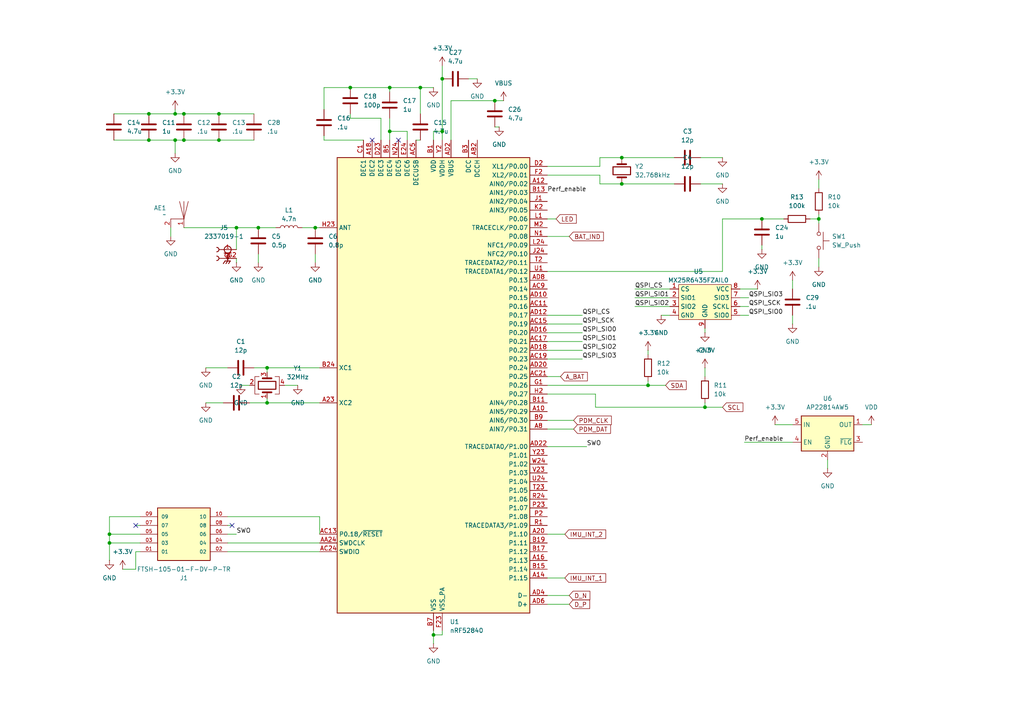
<source format=kicad_sch>
(kicad_sch (version 20231120) (generator "eeschema") (generator_version "8.0")
  (paper "A4")
  (lib_symbols
    (symbol "Device:C" (pin_numbers hide) (pin_names (offset 0.254))
      (property "Reference" "C" (at 0.635 2.54 0))
      (property "Value" "C" (at 0.635 -2.54 0))
      (symbol "C_0_1"
        (polyline (pts (xy -2.032 -0.762) (xy 2.032 -0.762)) (stroke (width 0.508)))
        (polyline (pts (xy -2.032 0.762) (xy 2.032 0.762)) (stroke (width 0.508)))
      )
      (symbol "C_1_1"
        (pin passive line (at 0 3.81 270) (length 2.794) (name "~") (number "1"))
        (pin passive line (at 0 -3.81 90) (length 2.794) (name "~") (number "2"))
      )
    )
    (symbol "Device:Crystal" (pin_numbers hide) (pin_names (offset 1.016) hide)
      (property "Reference" "Y" (at 0 3.81 0))
      (property "Value" "Crystal" (at 0 -3.81 0))
      (symbol "Crystal_0_1"
        (rectangle (start -1.143 2.54) (end 1.143 -2.54) (stroke (width 0.3048)))
        (polyline (pts (xy -2.54 0) (xy -1.905 0)))
        (polyline (pts (xy -1.905 -1.27) (xy -1.905 1.27)) (stroke (width 0.508)))
        (polyline (pts (xy 1.905 -1.27) (xy 1.905 1.27)) (stroke (width 0.508)))
        (polyline (pts (xy 2.54 0) (xy 1.905 0)))
      )
      (symbol "Crystal_1_1"
        (pin passive line (at -3.81 0 0) (length 1.27) (name "1") (number "1"))
        (pin passive line (at 3.81 0 180) (length 1.27) (name "2") (number "2"))
      )
    )
    (symbol "Device:Crystal_GND24" (pin_names (offset 1.016) hide)
      (property "Reference" "Y" (at 3.175 5.08 0))
      (property "Value" "Crystal_GND24" (at 3.175 3.175 0))
      (symbol "Crystal_GND24_0_1"
        (rectangle (start -1.143 2.54) (end 1.143 -2.54) (stroke (width 0.3048)))
        (polyline (pts (xy -2.54 0) (xy -2.032 0)))
        (polyline (pts (xy -2.032 -1.27) (xy -2.032 1.27)) (stroke (width 0.508)))
        (polyline (pts (xy 0 -3.81) (xy 0 -3.556)))
        (polyline (pts (xy 0 3.556) (xy 0 3.81)))
        (polyline (pts (xy 2.032 -1.27) (xy 2.032 1.27)) (stroke (width 0.508)))
        (polyline (pts (xy 2.032 0) (xy 2.54 0)))
        (polyline (pts (xy -2.54 -2.286) (xy -2.54 -3.556) (xy 2.54 -3.556) (xy 2.54 -2.286)))
        (polyline (pts (xy -2.54 2.286) (xy -2.54 3.556) (xy 2.54 3.556) (xy 2.54 2.286)))
      )
      (symbol "Crystal_GND24_1_1"
        (pin passive line (at -3.81 0 0) (length 1.27) (name "1") (number "1"))
        (pin passive line (at 0 5.08 270) (length 1.27) (name "2") (number "2"))
        (pin passive line (at 3.81 0 180) (length 1.27) (name "3") (number "3"))
        (pin passive line (at 0 -5.08 90) (length 1.27) (name "4") (number "4"))
      )
    )
    (symbol "Device:L" (pin_numbers hide) (pin_names (offset 1.016) hide)
      (property "Reference" "L" (at -1.27 0 90))
      (property "Value" "L" (at 1.905 0 90))
      (symbol "L_0_1"
        (arc (start 0 -2.54) (mid 0.6323 -1.905) (end 0 -1.27))
        (arc (start 0 -1.27) (mid 0.6323 -0.635) (end 0 0))
        (arc (start 0 0) (mid 0.6323 0.635) (end 0 1.27))
        (arc (start 0 1.27) (mid 0.6323 1.905) (end 0 2.54))
      )
      (symbol "L_1_1"
        (pin passive line (at 0 3.81 270) (length 1.27) (name "1") (number "1"))
        (pin passive line (at 0 -3.81 90) (length 1.27) (name "2") (number "2"))
      )
    )
    (symbol "Device:R" (pin_numbers hide) (pin_names (offset 0))
      (property "Reference" "R" (at 2.032 0 90))
      (property "Value" "R" (at 0 0 90))
      (symbol "R_0_1"
        (rectangle (start -1.016 -2.54) (end 1.016 2.54) (stroke (width 0.254)))
      )
      (symbol "R_1_1"
        (pin passive line (at 0 3.81 270) (length 1.27) (name "~") (number "1"))
        (pin passive line (at 0 -3.81 90) (length 1.27) (name "~") (number "2"))
      )
    )
    (symbol "FTSH-105-01-F-DV-P-TR:FTSH-105-01-F-DV-P-TR" (pin_names (offset 1.016))
      (property "Reference" "J" (at -8.12 7.62 0))
      (property "Value" "FTSH-105-01-F-DV-P-TR" (at -7.62 -10.16 0))
      (symbol "FTSH-105-01-F-DV-P-TR_0_0"
        (rectangle (start -7.62 -7.62) (end 7.62 7.62) (stroke (width 0.254)) (fill (type background)))
        (pin passive line (at -12.7 5.08 0) (length 5.08) (name "01") (number "01"))
        (pin passive line (at 12.7 5.08 180) (length 5.08) (name "02") (number "02"))
        (pin passive line (at -12.7 2.54 0) (length 5.08) (name "03") (number "03"))
        (pin passive line (at 12.7 2.54 180) (length 5.08) (name "04") (number "04"))
        (pin passive line (at -12.7 0 0) (length 5.08) (name "05") (number "05"))
        (pin passive line (at 12.7 0 180) (length 5.08) (name "06") (number "06"))
        (pin passive line (at -12.7 -2.54 0) (length 5.08) (name "07") (number "07"))
        (pin passive line (at 12.7 -2.54 180) (length 5.08) (name "08") (number "08"))
        (pin passive line (at -12.7 -5.08 0) (length 5.08) (name "09") (number "09"))
        (pin passive line (at 12.7 -5.08 180) (length 5.08) (name "10") (number "10"))
      )
    )
    (symbol "MCU_Nordic:nRF52840"
      (property "Reference" "U" (at 0 5.08 0))
      (property "Value" "nRF52840" (at 0 2.54 0))
      (symbol "nRF52840_0_1"
        (rectangle (start -27.94 66.04) (end 27.94 -66.04) (stroke (width 0.254)) (fill (type background)))
      )
      (symbol "nRF52840_1_1"
        (pin bidirectional line (at 33.02 -7.62 180) (length 5.08) (name "AIN5/P0.29") (number "A10"))
        (pin bidirectional line (at 33.02 58.42 180) (length 5.08) (name "AIN0/P0.02") (number "A12"))
        (pin bidirectional line (at 33.02 -55.88 180) (length 5.08) (name "P1.15") (number "A14"))
        (pin bidirectional line (at 33.02 -50.8 180) (length 5.08) (name "P1.13") (number "A16"))
        (pin passive line (at -17.78 71.12 270) (length 5.08) (name "DEC2") (number "A18"))
        (pin bidirectional line (at 33.02 -43.18 180) (length 5.08) (name "P1.10") (number "A20"))
        (pin passive line (at 0 71.12 270) (length 5.08) hide (name "VDD") (number "A22"))
        (pin input line (at -33.02 -5.08 0) (length 5.08) (name "XC2") (number "A23"))
        (pin bidirectional line (at 33.02 -12.7 180) (length 5.08) (name "AIN7/P0.31") (number "A8"))
        (pin input line (at -33.02 -45.72 0) (length 5.08) (name "SWDCLK") (number "AA24"))
        (pin power_out line (at 12.7 71.12 270) (length 5.08) (name "DCCH") (number "AB2"))
        (pin bidirectional line (at 33.02 22.86 180) (length 5.08) (name "P0.16") (number "AC11"))
        (pin bidirectional line (at -33.02 -43.18 0) (length 5.08) (name "P0.18/~{RESET}") (number "AC13"))
        (pin bidirectional line (at 33.02 17.78 180) (length 5.08) (name "P0.19") (number "AC15"))
        (pin bidirectional line (at 33.02 12.7 180) (length 5.08) (name "P0.21") (number "AC17"))
        (pin bidirectional line (at 33.02 7.62 180) (length 5.08) (name "P0.23") (number "AC19"))
        (pin bidirectional line (at 33.02 2.54 180) (length 5.08) (name "P0.25") (number "AC21"))
        (pin bidirectional line (at -33.02 -48.26 0) (length 5.08) (name "SWDIO") (number "AC24"))
        (pin passive line (at -5.08 71.12 270) (length 5.08) (name "DECUSB") (number "AC5"))
        (pin bidirectional line (at 33.02 27.94 180) (length 5.08) (name "P0.14") (number "AC9"))
        (pin bidirectional line (at 33.02 25.4 180) (length 5.08) (name "P0.15") (number "AD10"))
        (pin bidirectional line (at 33.02 20.32 180) (length 5.08) (name "P0.17") (number "AD12"))
        (pin passive line (at 0 71.12 270) (length 5.08) hide (name "VDD") (number "AD14"))
        (pin bidirectional line (at 33.02 15.24 180) (length 5.08) (name "P0.20") (number "AD16"))
        (pin bidirectional line (at 33.02 10.16 180) (length 5.08) (name "P0.22") (number "AD18"))
        (pin power_in line (at 5.08 71.12 270) (length 5.08) (name "VBUS") (number "AD2"))
        (pin bidirectional line (at 33.02 5.08 180) (length 5.08) (name "P0.24") (number "AD20"))
        (pin bidirectional line (at 33.02 -17.78 180) (length 5.08) (name "TRACEDATA0/P1.00") (number "AD22"))
        (pin passive line (at 0 71.12 270) (length 5.08) hide (name "VDD") (number "AD23"))
        (pin bidirectional line (at 33.02 -60.96 180) (length 5.08) (name "D-") (number "AD4"))
        (pin bidirectional line (at 33.02 -63.5 180) (length 5.08) (name "D+") (number "AD6"))
        (pin bidirectional line (at 33.02 30.48 180) (length 5.08) (name "P0.13") (number "AD8"))
        (pin power_in line (at 0 71.12 270) (length 5.08) (name "VDD") (number "B1"))
        (pin bidirectional line (at 33.02 -5.08 180) (length 5.08) (name "AIN4/P0.28") (number "B11"))
        (pin bidirectional line (at 33.02 55.88 180) (length 5.08) (name "AIN1/P0.03") (number "B13"))
        (pin bidirectional line (at 33.02 -53.34 180) (length 5.08) (name "P1.14") (number "B15"))
        (pin bidirectional line (at 33.02 -48.26 180) (length 5.08) (name "P1.12") (number "B17"))
        (pin bidirectional line (at 33.02 -45.72 180) (length 5.08) (name "P1.11") (number "B19"))
        (pin input line (at -33.02 5.08 0) (length 5.08) (name "XC1") (number "B24"))
        (pin power_out line (at 10.16 71.12 270) (length 5.08) (name "DCC") (number "B3"))
        (pin passive line (at -12.7 71.12 270) (length 5.08) (name "DEC4") (number "B5"))
        (pin power_in line (at 0 -71.12 90) (length 5.08) (name "VSS") (number "B7"))
        (pin bidirectional line (at 33.02 -10.16 180) (length 5.08) (name "AIN6/P0.30") (number "B9"))
        (pin passive line (at -20.32 71.12 270) (length 5.08) (name "DEC1") (number "C1"))
        (pin bidirectional line (at 33.02 63.5 180) (length 5.08) (name "XL1/P0.00") (number "D2"))
        (pin passive line (at -15.24 71.12 270) (length 5.08) (name "DEC3") (number "D23"))
        (pin passive line (at -7.62 71.12 270) (length 5.08) (name "DEC6") (number "E24"))
        (pin passive line (at 0 -71.12 90) (length 5.08) hide (name "VSS") (number "EP"))
        (pin bidirectional line (at 33.02 60.96 180) (length 5.08) (name "XL2/P0.01") (number "F2"))
        (pin power_in line (at 2.54 -71.12 90) (length 5.08) (name "VSS_PA") (number "F23"))
        (pin bidirectional line (at 33.02 0 180) (length 5.08) (name "P0.26") (number "G1"))
        (pin bidirectional line (at 33.02 -2.54 180) (length 5.08) (name "P0.27") (number "H2"))
        (pin passive line (at -33.02 45.72 0) (length 5.08) (name "ANT") (number "H23"))
        (pin bidirectional line (at 33.02 53.34 180) (length 5.08) (name "AIN2/P0.04") (number "J1"))
        (pin bidirectional line (at 33.02 38.1 180) (length 5.08) (name "NFC2/P0.10") (number "J24"))
        (pin bidirectional line (at 33.02 50.8 180) (length 5.08) (name "AIN3/P0.05") (number "K2"))
        (pin bidirectional line (at 33.02 48.26 180) (length 5.08) (name "P0.06") (number "L1"))
        (pin bidirectional line (at 33.02 40.64 180) (length 5.08) (name "NFC1/P0.09") (number "L24"))
        (pin bidirectional line (at 33.02 45.72 180) (length 5.08) (name "TRACECLK/P0.07") (number "M2"))
        (pin bidirectional line (at 33.02 43.18 180) (length 5.08) (name "P0.08") (number "N1"))
        (pin passive line (at -10.16 71.12 270) (length 5.08) (name "DEC5") (number "N24"))
        (pin bidirectional line (at 33.02 -38.1 180) (length 5.08) (name "P1.08") (number "P2"))
        (pin bidirectional line (at 33.02 -35.56 180) (length 5.08) (name "P1.07") (number "P23"))
        (pin bidirectional line (at 33.02 -40.64 180) (length 5.08) (name "TRACEDATA3/P1.09") (number "R1"))
        (pin bidirectional line (at 33.02 -33.02 180) (length 5.08) (name "P1.06") (number "R24"))
        (pin bidirectional line (at 33.02 35.56 180) (length 5.08) (name "TRACEDATA2/P0.11") (number "T2"))
        (pin bidirectional line (at 33.02 -30.48 180) (length 5.08) (name "P1.05") (number "T23"))
        (pin bidirectional line (at 33.02 33.02 180) (length 5.08) (name "TRACEDATA1/P0.12") (number "U1"))
        (pin bidirectional line (at 33.02 -27.94 180) (length 5.08) (name "P1.04") (number "U24"))
        (pin bidirectional line (at 33.02 -25.4 180) (length 5.08) (name "P1.03") (number "V23"))
        (pin passive line (at 0 71.12 270) (length 5.08) hide (name "VDD") (number "W1"))
        (pin bidirectional line (at 33.02 -22.86 180) (length 5.08) (name "P1.02") (number "W24"))
        (pin power_in line (at 2.54 71.12 270) (length 5.08) (name "VDDH") (number "Y2"))
        (pin bidirectional line (at 33.02 -20.32 180) (length 5.08) (name "P1.01") (number "Y23"))
      )
    )
    (symbol "Power_Management:AP22814AW5"
      (property "Reference" "U" (at -7.62 -6.35 0))
      (property "Value" "AP22814AW5" (at -7.62 6.35 0))
      (symbol "AP22814AW5_0_1"
        (rectangle (start -7.62 5.08) (end 7.62 -5.08) (stroke (width 0.254)) (fill (type background)))
      )
      (symbol "AP22814AW5_1_1"
        (pin power_out line (at 10.16 2.54 180) (length 2.54) (name "OUT") (number "1"))
        (pin power_in line (at 0 -7.62 90) (length 2.54) (name "GND") (number "2"))
        (pin open_collector line (at 10.16 -2.54 180) (length 2.54) (name "~{FLG}") (number "3"))
        (pin input line (at -10.16 -2.54 0) (length 2.54) (name "EN") (number "4"))
        (pin power_in line (at -10.16 2.54 0) (length 2.54) (name "IN") (number "5"))
      )
    )
    (symbol "Switch:SW_Push" (pin_numbers hide) (pin_names (offset 1.016) hide)
      (property "Reference" "SW" (at 1.27 2.54 0))
      (property "Value" "SW_Push" (at 0 -1.524 0))
      (symbol "SW_Push_0_1"
        (circle (center -2.032 0) (radius 0.508))
        (polyline (pts (xy 0 1.27) (xy 0 3.048)))
        (polyline (pts (xy 2.54 1.27) (xy -2.54 1.27)))
        (circle (center 2.032 0) (radius 0.508))
        (pin passive line (at -5.08 0 0) (length 2.54) (name "1") (number "1"))
        (pin passive line (at 5.08 0 180) (length 2.54) (name "2") (number "2"))
      )
    )
    (symbol "generic:2337019-1" (pin_names (offset 1.016))
      (property "Reference" "J" (at -3.81 1.524 0))
      (property "Value" "2337019-1" (at -4.064 -6.858 0))
      (symbol "2337019-1_0_0"
        (arc (start -3.175 -3.175) (mid -2.5427 -2.54) (end -3.175 -1.905) (stroke (width 0.254)))
        (arc (start -3.175 -0.635) (mid -2.5427 0) (end -3.175 0.635) (stroke (width 0.254)))
        (circle (center 0 -2.54) (radius 0.254) (stroke (width 0.254)))
        (polyline (pts (xy -1.016 -1.016) (xy 0 -1.016)) (stroke (width 0.254)))
        (polyline (pts (xy -0.762 -3.302) (xy -1.27 -4.064)) (stroke (width 0.254)))
        (polyline (pts (xy 0 -3.302) (xy -0.762 -3.302)) (stroke (width 0.254)))
        (polyline (pts (xy 0 -3.302) (xy -0.508 -4.064)) (stroke (width 0.254)))
        (polyline (pts (xy 0 -3.302) (xy 0.762 -3.302)) (stroke (width 0.254)))
        (polyline (pts (xy 0 -1.016) (xy 0 -3.302)) (stroke (width 0.254)))
        (polyline (pts (xy 0 -1.016) (xy 1.016 -1.016)) (stroke (width 0.254)))
        (polyline (pts (xy 0.762 -3.302) (xy 0.254 -4.064)) (stroke (width 0.254)))
        (circle (center 0 0) (radius 1.016) (stroke (width 0.254)))
        (pin passive line (at 2.54 0 180) (length 5.08) (name "~") (number "1"))
        (pin power_in line (at 2.54 -2.54 180) (length 5.08) (name "~") (number "G1"))
      )
      (symbol "2337019-1_1_1"
        (pin input line (at 2.54 -2.54 180) (length 2.54) (name "") (number "G2"))
      )
    )
    (symbol "generic:MX25R6435FZAIL0"
      (property "Reference" "U" (at -6.096 -5.334 0))
      (symbol "MX25R6435FZAIL0_1_1"
        (rectangle (start -6.35 6.35) (end 8.89 -3.81) (fill (type background)))
        (pin input line (at -8.89 5.08 0) (length 2.54) (name "CS") (number "1"))
        (pin input line (at -8.89 2.54 0) (length 2.54) (name "SIO1") (number "2"))
        (pin input line (at -8.89 0 0) (length 2.54) (name "SIO2") (number "3"))
        (pin power_in line (at -8.89 -2.54 0) (length 2.54) (name "GND") (number "4"))
        (pin input line (at 11.43 -2.54 180) (length 2.54) (name "SIO0") (number "5"))
        (pin input line (at 11.43 0 180) (length 2.54) (name "SCKL") (number "6"))
        (pin input line (at 11.43 2.54 180) (length 2.54) (name "SIO3") (number "7"))
        (pin power_in line (at 11.43 5.08 180) (length 2.54) (name "VCC") (number "8"))
        (pin power_in line (at 1.27 -6.35 90) (length 2.54) (name "GND") (number "9"))
      )
    )
    (symbol "generic:Trace_Antenna"
      (property "Reference" "AE" (at -10.922 0.254 0))
      (symbol "Trace_Antenna_0_1"
        (polyline (pts (xy 0 0) (xy -1.27 5.08)))
        (polyline (pts (xy 0 0) (xy 0 5.08)))
        (polyline (pts (xy 0 0) (xy 1.27 5.08)))
        (polyline (pts (xy 3.81 0) (xy 0 0)))
      )
      (symbol "Trace_Antenna_1_1"
        (pin input line (at 0 -2.54 90) (length 2.54) (name "") (number "1"))
        (pin power_in line (at 3.81 -2.54 90) (length 2.54) (name "") (number "2"))
      )
    )
    (symbol "power:+3.3V" (power) (pin_numbers hide) (pin_names (offset 0) hide)
      (property "Value" "+3.3V" (at 0 3.556 0))
      (symbol "+3.3V_0_1"
        (polyline (pts (xy -0.762 1.27) (xy 0 2.54)))
        (polyline (pts (xy 0 0) (xy 0 2.54)))
        (polyline (pts (xy 0 2.54) (xy 0.762 1.27)))
      )
      (symbol "+3.3V_1_1"
        (pin power_in line (at 0 0 90) (length 0) (name "~") (number "1"))
      )
    )
    (symbol "power:GND" (power) (pin_numbers hide) (pin_names (offset 0) hide)
      (property "Value" "GND" (at 0 -3.81 0))
      (symbol "GND_0_1"
        (polyline (pts (xy 0 0) (xy 0 -1.27) (xy 1.27 -1.27) (xy 0 -2.54) (xy -1.27 -1.27) (xy 0 -1.27)))
      )
      (symbol "GND_1_1"
        (pin power_in line (at 0 0 270) (length 0) (name "~") (number "1"))
      )
    )
    (symbol "power:VBUS" (power) (pin_numbers hide) (pin_names (offset 0) hide)
      (property "Value" "VBUS" (at 0 3.556 0))
      (symbol "VBUS_0_1"
        (polyline (pts (xy -0.762 1.27) (xy 0 2.54)))
        (polyline (pts (xy 0 0) (xy 0 2.54)))
        (polyline (pts (xy 0 2.54) (xy 0.762 1.27)))
      )
      (symbol "VBUS_1_1"
        (pin power_in line (at 0 0 90) (length 0) (name "~") (number "1"))
      )
    )
    (symbol "power:VDD" (power) (pin_numbers hide) (pin_names (offset 0) hide)
      (property "Value" "VDD" (at 0 3.556 0))
      (symbol "VDD_0_1"
        (polyline (pts (xy -0.762 1.27) (xy 0 2.54)))
        (polyline (pts (xy 0 0) (xy 0 2.54)))
        (polyline (pts (xy 0 2.54) (xy 0.762 1.27)))
      )
      (symbol "VDD_1_1"
        (pin power_in line (at 0 0 90) (length 0) (name "~") (number "1"))
      )
    )
  )
  (junction (at 74.93 66.04))
  (junction (at 143.51 29.21))
  (junction (at 50.8 33.02))
  (junction (at 180.34 53.34))
  (junction (at 128.27 22.86))
  (junction (at 31.75 157.48))
  (junction (at 220.98 63.5))
  (junction (at 113.03 25.4))
  (junction (at 121.92 25.4))
  (junction (at 128.27 38.1))
  (junction (at 50.8 40.64))
  (junction (at 53.34 40.64))
  (junction (at 68.58 66.04))
  (junction (at 63.5 33.02))
  (junction (at 187.96 111.76))
  (junction (at 43.18 40.64))
  (junction (at 125.73 184.15))
  (junction (at 63.5 40.64))
  (junction (at 180.34 45.72))
  (junction (at 53.34 33.02))
  (junction (at 77.47 106.68))
  (junction (at 237.49 63.5))
  (junction (at 43.18 33.02))
  (junction (at 204.47 118.11))
  (junction (at 113.03 38.1))
  (junction (at 31.75 154.94))
  (junction (at 77.47 116.84))
  (junction (at 91.44 66.04))
  (junction (at 101.6 25.4))
  (no_connect (at 115.57 40.64))
  (no_connect (at 107.95 40.64))
  (no_connect (at 39.37 152.4))
  (no_connect (at 67.31 152.4))
  (wire (pts (xy 220.98 63.5) (xy 227.33 63.5)))
  (wire (pts (xy 217.17 91.44) (xy 214.63 91.44)))
  (wire (pts (xy 187.96 111.76) (xy 193.04 111.76)))
  (wire (pts (xy 73.66 106.68) (xy 77.47 106.68)))
  (wire (pts (xy 43.18 40.64) (xy 50.8 40.64)))
  (wire (pts (xy 203.2 53.34) (xy 209.55 53.34)))
  (wire (pts (xy 252.73 123.19) (xy 250.19 123.19)))
  (wire (pts (xy 50.8 40.64) (xy 50.8 44.45)))
  (wire (pts (xy 91.44 73.66) (xy 91.44 76.2)))
  (wire (pts (xy 158.75 109.22) (xy 162.56 109.22)))
  (wire (pts (xy 229.87 91.44) (xy 229.87 93.98)))
  (wire (pts (xy 53.34 66.04) (xy 68.58 66.04)))
  (wire (pts (xy 59.69 106.68) (xy 66.04 106.68)))
  (wire (pts (xy 68.58 74.93) (xy 68.58 76.2)))
  (wire (pts (xy 31.75 154.94) (xy 40.64 154.94)))
  (wire (pts (xy 240.03 135.89) (xy 240.03 133.35)))
  (wire (pts (xy 237.49 74.93) (xy 237.49 77.47)))
  (wire (pts (xy 125.73 184.15) (xy 128.27 184.15)))
  (wire (pts (xy 165.1 172.72) (xy 158.75 172.72)))
  (wire (pts (xy 173.99 53.34) (xy 180.34 53.34)))
  (wire (pts (xy 217.17 86.36) (xy 214.63 86.36)))
  (wire (pts (xy 68.58 154.94) (xy 66.04 154.94)))
  (wire (pts (xy 125.73 38.1) (xy 125.73 40.64)))
  (wire (pts (xy 101.6 34.29) (xy 110.49 34.29)))
  (wire (pts (xy 224.79 123.19) (xy 229.87 123.19)))
  (wire (pts (xy 173.99 45.72) (xy 180.34 45.72)))
  (wire (pts (xy 191.77 91.44) (xy 194.31 91.44)))
  (wire (pts (xy 204.47 96.52) (xy 204.47 95.25)))
  (wire (pts (xy 39.37 165.1) (xy 39.37 160.02)))
  (wire (pts (xy 125.73 186.69) (xy 125.73 184.15)))
  (wire (pts (xy 204.47 116.84) (xy 204.47 118.11)))
  (wire (pts (xy 168.91 93.98) (xy 158.75 93.98)))
  (wire (pts (xy 66.04 157.48) (xy 92.71 157.48)))
  (wire (pts (xy 143.51 29.21) (xy 146.05 29.21)))
  (wire (pts (xy 77.47 106.68) (xy 92.71 106.68)))
  (wire (pts (xy 168.91 99.06) (xy 158.75 99.06)))
  (wire (pts (xy 50.8 31.75) (xy 50.8 33.02)))
  (wire (pts (xy 128.27 22.86) (xy 128.27 38.1)))
  (wire (pts (xy 63.5 33.02) (xy 73.66 33.02)))
  (wire (pts (xy 31.75 162.56) (xy 31.75 157.48)))
  (wire (pts (xy 180.34 45.72) (xy 195.58 45.72)))
  (wire (pts (xy 50.8 40.64) (xy 53.34 40.64)))
  (wire (pts (xy 31.75 149.86) (xy 31.75 154.94)))
  (wire (pts (xy 68.58 72.39) (xy 68.58 66.04)))
  (wire (pts (xy 40.64 149.86) (xy 31.75 149.86)))
  (wire (pts (xy 165.1 175.26) (xy 158.75 175.26)))
  (wire (pts (xy 113.03 25.4) (xy 121.92 25.4)))
  (wire (pts (xy 93.98 31.75) (xy 93.98 25.4)))
  (wire (pts (xy 113.03 34.29) (xy 113.03 38.1)))
  (wire (pts (xy 168.91 101.6) (xy 158.75 101.6)))
  (wire (pts (xy 168.91 104.14) (xy 158.75 104.14)))
  (wire (pts (xy 43.18 33.02) (xy 50.8 33.02)))
  (wire (pts (xy 82.55 111.76) (xy 86.36 111.76)))
  (wire (pts (xy 158.75 63.5) (xy 161.29 63.5)))
  (wire (pts (xy 101.6 25.4) (xy 113.03 25.4)))
  (wire (pts (xy 31.75 154.94) (xy 31.75 157.48)))
  (wire (pts (xy 63.5 40.64) (xy 73.66 40.64)))
  (wire (pts (xy 172.72 118.11) (xy 204.47 118.11)))
  (wire (pts (xy 158.75 48.26) (xy 173.99 48.26)))
  (wire (pts (xy 158.75 78.74) (xy 209.55 78.74)))
  (wire (pts (xy 49.53 68.58) (xy 49.53 66.04)))
  (wire (pts (xy 66.04 149.86) (xy 92.71 149.86)))
  (wire (pts (xy 158.75 154.94) (xy 163.83 154.94)))
  (wire (pts (xy 87.63 66.04) (xy 91.44 66.04)))
  (wire (pts (xy 158.75 111.76) (xy 187.96 111.76)))
  (wire (pts (xy 135.89 22.86) (xy 138.43 22.86)))
  (wire (pts (xy 173.99 48.26) (xy 173.99 45.72)))
  (wire (pts (xy 33.02 40.64) (xy 43.18 40.64)))
  (wire (pts (xy 158.75 124.46) (xy 166.37 124.46)))
  (wire (pts (xy 184.15 88.9) (xy 194.31 88.9)))
  (wire (pts (xy 214.63 83.82) (xy 219.71 83.82)))
  (wire (pts (xy 234.95 63.5) (xy 237.49 63.5)))
  (wire (pts (xy 118.11 38.1) (xy 118.11 40.64)))
  (wire (pts (xy 215.9 128.27) (xy 229.87 128.27)))
  (wire (pts (xy 113.03 40.64) (xy 113.03 38.1)))
  (wire (pts (xy 101.6 33.02) (xy 101.6 34.29)))
  (wire (pts (xy 184.15 86.36) (xy 194.31 86.36)))
  (wire (pts (xy 203.2 45.72) (xy 209.55 45.72)))
  (wire (pts (xy 50.8 33.02) (xy 53.34 33.02)))
  (wire (pts (xy 237.49 62.23) (xy 237.49 63.5)))
  (wire (pts (xy 67.31 152.4) (xy 66.04 152.4)))
  (wire (pts (xy 168.91 91.44) (xy 158.75 91.44)))
  (wire (pts (xy 128.27 38.1) (xy 128.27 40.64)))
  (wire (pts (xy 170.18 129.54) (xy 158.75 129.54)))
  (wire (pts (xy 74.93 66.04) (xy 80.01 66.04)))
  (wire (pts (xy 217.17 88.9) (xy 214.63 88.9)))
  (wire (pts (xy 209.55 63.5) (xy 220.98 63.5)))
  (wire (pts (xy 237.49 52.07) (xy 237.49 54.61)))
  (wire (pts (xy 125.73 184.15) (xy 125.73 182.88)))
  (wire (pts (xy 144.78 36.83) (xy 143.51 36.83)))
  (wire (pts (xy 237.49 63.5) (xy 237.49 64.77)))
  (wire (pts (xy 53.34 33.02) (xy 63.5 33.02)))
  (wire (pts (xy 39.37 165.1) (xy 35.56 165.1)))
  (wire (pts (xy 39.37 152.4) (xy 40.64 152.4)))
  (wire (pts (xy 229.87 81.28) (xy 229.87 83.82)))
  (wire (pts (xy 121.92 25.4) (xy 121.92 33.02)))
  (wire (pts (xy 158.75 50.8) (xy 173.99 50.8)))
  (wire (pts (xy 180.34 53.34) (xy 195.58 53.34)))
  (wire (pts (xy 168.91 96.52) (xy 158.75 96.52)))
  (wire (pts (xy 113.03 26.67) (xy 113.03 25.4)))
  (wire (pts (xy 125.73 25.4) (xy 121.92 25.4)))
  (wire (pts (xy 172.72 114.3) (xy 158.75 114.3)))
  (wire (pts (xy 158.75 167.64) (xy 163.83 167.64)))
  (wire (pts (xy 77.47 115.57) (xy 77.47 116.84)))
  (wire (pts (xy 110.49 34.29) (xy 110.49 40.64)))
  (wire (pts (xy 128.27 184.15) (xy 128.27 182.88)))
  (wire (pts (xy 128.27 19.05) (xy 128.27 22.86)))
  (wire (pts (xy 68.58 66.04) (xy 74.93 66.04)))
  (wire (pts (xy 184.15 83.82) (xy 194.31 83.82)))
  (wire (pts (xy 33.02 33.02) (xy 43.18 33.02)))
  (wire (pts (xy 66.04 160.02) (xy 92.71 160.02)))
  (wire (pts (xy 31.75 157.48) (xy 40.64 157.48)))
  (wire (pts (xy 92.71 149.86) (xy 92.71 154.94)))
  (wire (pts (xy 172.72 118.11) (xy 172.72 114.3)))
  (wire (pts (xy 143.51 29.21) (xy 130.81 29.21)))
  (wire (pts (xy 72.39 116.84) (xy 77.47 116.84)))
  (wire (pts (xy 113.03 38.1) (xy 118.11 38.1)))
  (wire (pts (xy 204.47 109.22) (xy 204.47 106.68)))
  (wire (pts (xy 121.92 40.64) (xy 120.65 40.64)))
  (wire (pts (xy 69.85 111.76) (xy 72.39 111.76)))
  (wire (pts (xy 91.44 66.04) (xy 92.71 66.04)))
  (wire (pts (xy 209.55 63.5) (xy 209.55 78.74)))
  (wire (pts (xy 125.73 38.1) (xy 128.27 38.1)))
  (wire (pts (xy 130.81 29.21) (xy 130.81 40.64)))
  (wire (pts (xy 158.75 68.58) (xy 165.1 68.58)))
  (wire (pts (xy 59.69 116.84) (xy 64.77 116.84)))
  (wire (pts (xy 74.93 73.66) (xy 74.93 76.2)))
  (wire (pts (xy 77.47 116.84) (xy 92.71 116.84)))
  (wire (pts (xy 93.98 25.4) (xy 101.6 25.4)))
  (wire (pts (xy 220.98 72.39) (xy 220.98 71.12)))
  (wire (pts (xy 39.37 160.02) (xy 40.64 160.02)))
  (wire (pts (xy 158.75 121.92) (xy 166.37 121.92)))
  (wire (pts (xy 173.99 50.8) (xy 173.99 53.34)))
  (wire (pts (xy 93.98 40.64) (xy 105.41 40.64)))
  (wire (pts (xy 93.98 39.37) (xy 93.98 40.64)))
  (wire (pts (xy 187.96 110.49) (xy 187.96 111.76)))
  (wire (pts (xy 77.47 107.95) (xy 77.47 106.68)))
  (wire (pts (xy 187.96 102.87) (xy 187.96 101.6)))
  (wire (pts (xy 53.34 40.64) (xy 63.5 40.64)))
  (wire (pts (xy 204.47 118.11) (xy 209.55 118.11)))
  (label "Perf_enable" (at 215.9 128.27 0))
  (label "QSPI_SIO0" (at 217.17 91.44 0))
  (label "QSPI_SCK" (at 168.91 93.98 0))
  (label "SWO" (at 68.58 154.94 0))
  (label "SWO" (at 170.18 129.54 0))
  (label "QSPI_SCK" (at 217.17 88.9 0))
  (label "QSPI_SIO1" (at 184.15 86.36 0))
  (label "QSPI_SIO2" (at 168.91 101.6 0))
  (label "QSPI_SIO1" (at 168.91 99.06 0))
  (label "Perf_enable" (at 158.75 55.88 0))
  (label "QSPI_CS" (at 168.91 91.44 0))
  (label "QSPI_SIO3" (at 217.17 86.36 0))
  (label "QSPI_SIO3" (at 168.91 104.14 0))
  (label "QSPI_CS" (at 184.15 83.82 0))
  (label "QSPI_SIO0" (at 168.91 96.52 0))
  (label "QSPI_SIO2" (at 184.15 88.9 0))
  (global_label "SCL" (shape input) (at 209.55 118.11 0) (property "Intersheetrefs" "${INTERSHEET_REFS}" (effects (hide yes))))
  (global_label "D_N" (shape input) (at 165.1 172.72 0) (property "Intersheetrefs" "${INTERSHEET_REFS}" (effects (hide yes))))
  (global_label "PDM_DAT" (shape input) (at 166.37 124.46 0) (property "Intersheetrefs" "${INTERSHEET_REFS}" (effects (hide yes))))
  (global_label "LED" (shape input) (at 161.29 63.5 0) (property "Intersheetrefs" "${INTERSHEET_REFS}" (effects (hide yes))))
  (global_label "A_BAT" (shape input) (at 162.56 109.22 0) (property "Intersheetrefs" "${INTERSHEET_REFS}" (effects (hide yes))))
  (global_label "IMU_INT_1" (shape input) (at 163.83 167.64 0) (property "Intersheetrefs" "${INTERSHEET_REFS}" (effects (hide yes))))
  (global_label "D_P" (shape input) (at 165.1 175.26 0) (property "Intersheetrefs" "${INTERSHEET_REFS}" (effects (hide yes))))
  (global_label "IMU_INT_2" (shape input) (at 163.83 154.94 0) (property "Intersheetrefs" "${INTERSHEET_REFS}" (effects (hide yes))))
  (global_label "BAT_IND" (shape input) (at 165.1 68.58 0) (property "Intersheetrefs" "${INTERSHEET_REFS}" (effects (hide yes))))
  (global_label "SDA" (shape input) (at 193.04 111.76 0) (property "Intersheetrefs" "${INTERSHEET_REFS}" (effects (hide yes))))
  (global_label "PDM_CLK" (shape input) (at 166.37 121.92 0) (property "Intersheetrefs" "${INTERSHEET_REFS}" (effects (hide yes))))
  (symbol (lib_id "Device:C") (at 68.58 116.84 90) (unit 1)
    (property "Reference" "C2" (at 68.58 109.22 90))
    (property "Value" "12p" (at 68.58 111.76 90))
    (property "Footprint" "Capacitor_SMD:C_0402_1005Metric" (effects (hide yes)))
    (property "Description" "Unpolarized capacitor" (effects (hide yes)))
    (property "LCSC PN" "C76948" (effects (hide yes)))
    (property "MPN" "C76948" (effects (hide yes)))
  )
  (symbol (lib_id "power:VBUS") (at 146.05 29.21 0) (unit 1)
    (property "Reference" "#PWR039" (effects (hide yes)))
    (property "Value" "VBUS" (at 146.05 24.13 0))
    (property "Description" "Power symbol creates a global label with name \"VBUS\"" (effects (hide yes)))
  )
  (symbol (lib_id "generic:2337019-1") (at 66.04 72.39 0) (unit 1)
    (property "Reference" "J5" (at 64.9605 66.04 0))
    (property "Value" "2337019-1" (at 64.9605 68.58 0))
    (property "Footprint" "Personal:TE_2337019-1" (effects (hide yes)))
    (property "PARTREV" "A4" (effects (hide yes)))
    (property "STANDARD" "Manufacturer Recommendations" (effects (hide yes)))
    (property "MAXIMUM_PACKAGE_HEIGHT" "1.25mm" (effects (hide yes)))
    (property "MANUFACTURER" "TE Connectivity" (effects (hide yes)))
    (property "MPN" "C434807" (effects (hide yes)))
  )
  (symbol (lib_id "Device:C") (at 69.85 106.68 90) (unit 1)
    (property "Reference" "C1" (at 69.85 99.06 90))
    (property "Value" "12p" (at 69.85 101.6 90))
    (property "Footprint" "Capacitor_SMD:C_0402_1005Metric" (effects (hide yes)))
    (property "Description" "Unpolarized capacitor" (effects (hide yes)))
    (property "LCSC PN" "C76948" (effects (hide yes)))
    (property "MPN" "C76948" (effects (hide yes)))
  )
  (symbol (lib_id "Device:C") (at 101.6 29.21 0) (unit 1)
    (property "Reference" "C18" (at 105.41 27.9399 0) (effects (justify left)))
    (property "Value" "100p" (at 105.41 30.4799 0) (effects (justify left)))
    (property "Footprint" "Capacitor_SMD:C_0402_1005Metric" (effects (hide yes)))
    (property "Description" "Unpolarized capacitor" (effects (hide yes)))
    (property "LCSC PN" "C77177" (effects (hide yes)))
    (property "MPN" "C77177" (effects (hide yes)))
  )
  (symbol (lib_id "power:GND") (at 209.55 53.34 0) (unit 1)
    (property "Reference" "#PWR08" (effects (hide yes)))
    (property "Value" "GND" (at 209.55 58.42 0))
    (property "Description" "Power symbol creates a global label with name \"GND\" , ground" (effects (hide yes)))
  )
  (symbol (lib_id "power:GND") (at 86.36 111.76 0) (unit 1)
    (property "Reference" "#PWR066" (effects (hide yes)))
    (property "Value" "GND" (at 86.36 116.84 0))
    (property "Description" "Power symbol creates a global label with name \"GND\" , ground" (effects (hide yes)))
  )
  (symbol (lib_id "power:GND") (at 191.77 91.44 0) (unit 1)
    (property "Reference" "#PWR033" (effects (hide yes)))
    (property "Value" "GND" (at 191.77 96.52 0))
    (property "Description" "Power symbol creates a global label with name \"GND\" , ground" (effects (hide yes)))
  )
  (symbol (lib_id "Device:C") (at 220.98 67.31 0) (unit 1)
    (property "Reference" "C24" (at 224.79 66.0399 0) (effects (justify left)))
    (property "Value" "1u" (at 224.79 68.5799 0) (effects (justify left)))
    (property "Footprint" "Capacitor_SMD:C_0603_1608Metric" (effects (hide yes)))
    (property "Description" "Unpolarized capacitor" (effects (hide yes)))
    (property "LCSC PN" "C85862" (effects (hide yes)))
    (property "MPN" "C85862" (effects (hide yes)))
  )
  (symbol (lib_id "Device:C") (at 74.93 69.85 0) (unit 1)
    (property "Reference" "C5" (at 78.74 68.5799 0) (effects (justify left)))
    (property "Value" "0.5p" (at 78.74 71.1199 0) (effects (justify left)))
    (property "Footprint" "Capacitor_SMD:C_0402_1005Metric" (effects (hide yes)))
    (property "Description" "Unpolarized capacitor" (effects (hide yes)))
    (property "LCSC PN" "C76912" (effects (hide yes)))
    (property "MPN" "C76912" (effects (hide yes)))
  )
  (symbol (lib_id "FTSH-105-01-F-DV-P-TR:FTSH-105-01-F-DV-P-TR") (at 53.34 154.94 0) (mirror x) (unit 1)
    (property "Reference" "J1" (at 53.34 167.64 0))
    (property "Value" "FTSH-105-01-F-DV-P-TR" (at 53.34 165.1 0))
    (property "Footprint" "Personal:SAMTEC_FTSH-105-01-F-DV-P-TR" (effects (hide yes)))
    (property "PARTREV" "R" (effects (hide yes)))
    (property "MANUFACTURER" "Samtec" (effects (hide yes)))
    (property "STANDARD" "Manufacturer Recommendations" (effects (hide yes)))
    (property "LCSC PN" "C2932107" (effects (hide yes)))
    (property "Part Number" "FTSH-105-01-F-DV-P-TR" (effects (hide yes)))
    (property "MPN" "C2932107" (effects (hide yes)))
  )
  (symbol (lib_id "power:VDD") (at 252.73 123.19 0) (unit 1)
    (property "Reference" "#PWR043" (effects (hide yes)))
    (property "Value" "VDD" (at 252.73 118.11 0))
    (property "Description" "Power symbol creates a global label with name \"VDD\"" (effects (hide yes)))
  )
  (symbol (lib_id "power:+3.3V") (at 187.96 101.6 0) (unit 1)
    (property "Reference" "#PWR081" (effects (hide yes)))
    (property "Value" "+3.3V" (at 187.96 96.52 0))
    (property "Description" "Power symbol creates a global label with name \"+3.3V\"" (effects (hide yes)))
  )
  (symbol (lib_id "Device:C") (at 93.98 35.56 0) (unit 1)
    (property "Reference" "C16" (at 97.79 34.2899 0) (effects (justify left)))
    (property "Value" ".1u" (at 97.79 36.8299 0) (effects (justify left)))
    (property "Footprint" "Capacitor_SMD:C_0402_1005Metric" (effects (hide yes)))
    (property "Description" "Unpolarized capacitor" (effects (hide yes)))
    (property "LCSC PN" "C77020" (effects (hide yes)))
    (property "MPN" "C77020" (effects (hide yes)))
  )
  (symbol (lib_id "power:GND") (at 220.98 72.39 0) (unit 1)
    (property "Reference" "#PWR082" (effects (hide yes)))
    (property "Value" "GND" (at 220.98 77.47 0))
    (property "Description" "Power symbol creates a global label with name \"GND\" , ground" (effects (hide yes)))
  )
  (symbol (lib_id "Device:C") (at 143.51 33.02 0) (unit 1)
    (property "Reference" "C26" (at 147.32 31.7499 0) (effects (justify left)))
    (property "Value" "4.7u" (at 147.32 34.2899 0) (effects (justify left)))
    (property "Footprint" "Capacitor_SMD:C_0603_1608Metric" (effects (hide yes)))
    (property "Description" "Unpolarized capacitor" (effects (hide yes)))
    (property "LCSC PN" "C19666" (effects (hide yes)))
    (property "MPN" "C19666" (effects (hide yes)))
  )
  (symbol (lib_id "MCU_Nordic:nRF52840") (at 125.73 111.76 0) (unit 1)
    (property "Reference" "U1" (at 130.4641 180.34 0) (effects (justify left)))
    (property "Value" "nRF52840" (at 130.4641 182.88 0) (effects (justify left)))
    (property "Footprint" "Package_DFN_QFN:Nordic_AQFN-73-1EP_7x7mm_P0.5mm" (effects (hide yes)))
    (property "Datasheet" "http://infocenter.nordicsemi.com/topic/com.nordic.infocenter.nrf52/dita/nrf52/chips/nrf52840.html" (effects (hide yes)))
    (property "Description" "Multiprotocol BLE/ANT/2.4 GHz/802.15.4 Cortex-M4F SoC, AQFN-73" (effects (hide yes)))
    (property "LCSC PN" "C190794" (effects (hide yes)))
    (property "Part Number" "NRF52840-QIAA-R" (effects (hide yes)))
    (property "MPN" "C190794" (effects (hide yes)))
  )
  (symbol (lib_id "Device:R") (at 231.14 63.5 90) (unit 1)
    (property "Reference" "R13" (at 231.14 57.15 90))
    (property "Value" "100k" (at 231.14 59.69 90))
    (property "Footprint" "Resistor_SMD:R_0603_1608Metric" (effects (hide yes)))
    (property "Description" "Resistor" (effects (hide yes)))
    (property "LCSC PN" "C14675" (effects (hide yes)))
    (property "MPN" "C14675" (effects (hide yes)))
  )
  (symbol (lib_id "Device:C") (at 73.66 36.83 0) (unit 1)
    (property "Reference" "C28" (at 77.47 35.5599 0) (effects (justify left)))
    (property "Value" ".1u" (at 77.47 38.0999 0) (effects (justify left)))
    (property "Footprint" "Capacitor_SMD:C_0402_1005Metric" (effects (hide yes)))
    (property "Description" "Unpolarized capacitor" (effects (hide yes)))
    (property "LCSC PN" "C77020" (effects (hide yes)))
    (property "MPN" "C77020" (effects (hide yes)))
  )
  (symbol (lib_id "Device:C") (at 43.18 36.83 0) (unit 1)
    (property "Reference" "C11" (at 46.99 35.5599 0) (effects (justify left)))
    (property "Value" "1u" (at 46.99 38.0999 0) (effects (justify left)))
    (property "Footprint" "Capacitor_SMD:C_0603_1608Metric" (effects (hide yes)))
    (property "Description" "Unpolarized capacitor" (effects (hide yes)))
    (property "LCSC PN" "C85862" (effects (hide yes)))
    (property "MPN" "C85862" (effects (hide yes)))
  )
  (symbol (lib_id "power:GND") (at 49.53 68.58 0) (unit 1)
    (property "Reference" "#PWR01" (effects (hide yes)))
    (property "Value" "GND" (at 49.53 73.66 0))
    (property "Description" "Power symbol creates a global label with name \"GND\" , ground" (effects (hide yes)))
  )
  (symbol (lib_id "power:GND") (at 50.8 44.45 0) (unit 1)
    (property "Reference" "#PWR038" (effects (hide yes)))
    (property "Value" "GND" (at 50.8 49.53 0))
    (property "Description" "Power symbol creates a global label with name \"GND\" , ground" (effects (hide yes)))
  )
  (symbol (lib_id "power:GND") (at 69.85 111.76 0) (unit 1)
    (property "Reference" "#PWR067" (effects (hide yes)))
    (property "Value" "GND" (at 69.85 116.84 0))
    (property "Description" "Power symbol creates a global label with name \"GND\" , ground" (effects (hide yes)))
  )
  (symbol (lib_id "power:GND") (at 91.44 76.2 0) (unit 1)
    (property "Reference" "#PWR04" (effects (hide yes)))
    (property "Value" "GND" (at 91.44 81.28 0))
    (property "Description" "Power symbol creates a global label with name \"GND\" , ground" (effects (hide yes)))
  )
  (symbol (lib_id "Switch:SW_Push") (at 237.49 69.85 270) (unit 1)
    (property "Reference" "SW1" (at 241.3 68.5799 90) (effects (justify left)))
    (property "Value" "SW_Push" (at 241.3 71.1199 90) (effects (justify left)))
    (property "Footprint" "Personal:Hotswap_Kailh_MX_Top" (effects (hide yes)))
    (property "Description" "Push button switch, generic, two pins" (effects (hide yes)))
    (property "LCSC PN" "C41430893" (effects (hide yes)))
    (property "MPN" "C41430893" (effects (hide yes)))
  )
  (symbol (lib_id "power:+3.3V") (at 229.87 81.28 0) (unit 1)
    (property "Reference" "#PWR060" (effects (hide yes)))
    (property "Value" "+3.3V" (at 229.87 76.2 0))
    (property "Description" "Power symbol creates a global label with name \"+3.3V\"" (effects (hide yes)))
  )
  (symbol (lib_id "power:+3.3V") (at 224.79 123.19 0) (unit 1)
    (property "Reference" "#PWR041" (effects (hide yes)))
    (property "Value" "+3.3V" (at 224.79 118.11 0))
    (property "Description" "Power symbol creates a global label with name \"+3.3V\"" (effects (hide yes)))
  )
  (symbol (lib_id "Device:L") (at 83.82 66.04 90) (unit 1)
    (property "Reference" "L1" (at 83.82 60.96 90))
    (property "Value" "4.7n" (at 83.82 63.5 90))
    (property "Footprint" "Inductor_SMD:L_0402_1005Metric" (effects (hide yes)))
    (property "Description" "Inductor" (effects (hide yes)))
    (property "LCSC PN" "C412337" (effects (hide yes)))
    (property "MPN" "C412337" (effects (hide yes)))
  )
  (symbol (lib_id "power:GND") (at 31.75 162.56 0) (unit 1)
    (property "Reference" "#PWR034" (effects (hide yes)))
    (property "Value" "GND" (at 31.75 167.64 0))
    (property "Description" "Power symbol creates a global label with name \"GND\" , ground" (effects (hide yes)))
  )
  (symbol (lib_id "power:GND") (at 59.69 106.68 0) (unit 1)
    (property "Reference" "#PWR05" (effects (hide yes)))
    (property "Value" "GND" (at 59.69 111.76 0))
    (property "Description" "Power symbol creates a global label with name \"GND\" , ground" (effects (hide yes)))
  )
  (symbol (lib_id "power:GND") (at 59.69 116.84 0) (unit 1)
    (property "Reference" "#PWR06" (effects (hide yes)))
    (property "Value" "GND" (at 59.69 121.92 0))
    (property "Description" "Power symbol creates a global label with name \"GND\" , ground" (effects (hide yes)))
  )
  (symbol (lib_id "Device:C") (at 121.92 36.83 180) (unit 1)
    (property "Reference" "C15" (at 125.73 35.5599 0) (effects (justify right)))
    (property "Value" "4.7u" (at 125.73 38.0999 0) (effects (justify right)))
    (property "Footprint" "Capacitor_SMD:C_0603_1608Metric" (effects (hide yes)))
    (property "Description" "Unpolarized capacitor" (effects (hide yes)))
    (property "LCSC PN" "C19666" (effects (hide yes)))
    (property "MPN" "C19666" (effects (hide yes)))
  )
  (symbol (lib_id "Device:C") (at 199.39 45.72 90) (unit 1)
    (property "Reference" "C3" (at 199.39 38.1 90))
    (property "Value" "12p" (at 199.39 40.64 90))
    (property "Footprint" "Capacitor_SMD:C_0402_1005Metric" (effects (hide yes)))
    (property "Description" "Unpolarized capacitor" (effects (hide yes)))
    (property "LCSC PN" "C76948" (effects (hide yes)))
    (property "MPN" "C76948" (effects (hide yes)))
  )
  (symbol (lib_id "Device:C") (at 91.44 69.85 0) (unit 1)
    (property "Reference" "C6" (at 95.25 68.5799 0) (effects (justify left)))
    (property "Value" "0.8p" (at 95.25 71.1199 0) (effects (justify left)))
    (property "Footprint" "Capacitor_SMD:C_0402_1005Metric" (effects (hide yes)))
    (property "Description" "Unpolarized capacitor" (effects (hide yes)))
    (property "LCSC PN" "C88902" (effects (hide yes)))
    (property "MPN" "C88902" (effects (hide yes)))
  )
  (symbol (lib_id "power:+3.3V") (at 237.49 52.07 0) (unit 1)
    (property "Reference" "#PWR063" (effects (hide yes)))
    (property "Value" "+3.3V" (at 237.49 46.99 0))
    (property "Description" "Power symbol creates a global label with name \"+3.3V\"" (effects (hide yes)))
  )
  (symbol (lib_id "Device:C") (at 53.34 36.83 0) (unit 1)
    (property "Reference" "C12" (at 57.15 35.5599 0) (effects (justify left)))
    (property "Value" ".1u" (at 57.15 38.0999 0) (effects (justify left)))
    (property "Footprint" "Capacitor_SMD:C_0402_1005Metric" (effects (hide yes)))
    (property "Description" "Unpolarized capacitor" (effects (hide yes)))
    (property "LCSC PN" "C77020" (effects (hide yes)))
    (property "MPN" "C77020" (effects (hide yes)))
  )
  (symbol (lib_id "power:GND") (at 209.55 45.72 0) (unit 1)
    (property "Reference" "#PWR07" (effects (hide yes)))
    (property "Value" "GND" (at 209.55 50.8 0))
    (property "Description" "Power symbol creates a global label with name \"GND\" , ground" (effects (hide yes)))
  )
  (symbol (lib_id "Device:C") (at 63.5 36.83 0) (unit 1)
    (property "Reference" "C13" (at 67.31 35.5599 0) (effects (justify left)))
    (property "Value" ".1u" (at 67.31 38.0999 0) (effects (justify left)))
    (property "Footprint" "Capacitor_SMD:C_0402_1005Metric" (effects (hide yes)))
    (property "Description" "Unpolarized capacitor" (effects (hide yes)))
    (property "LCSC PN" "C77020" (effects (hide yes)))
    (property "MPN" "C77020" (effects (hide yes)))
  )
  (symbol (lib_id "Device:C") (at 229.87 87.63 0) (unit 1)
    (property "Reference" "C29" (at 233.68 86.3599 0) (effects (justify left)))
    (property "Value" ".1u" (at 233.68 88.8999 0) (effects (justify left)))
    (property "Footprint" "Capacitor_SMD:C_0402_1005Metric" (effects (hide yes)))
    (property "Description" "Unpolarized capacitor" (effects (hide yes)))
    (property "LCSC PN" "C77020" (effects (hide yes)))
    (property "MPN" "C77020" (effects (hide yes)))
  )
  (symbol (lib_id "power:+3.3V") (at 128.27 19.05 0) (unit 1)
    (property "Reference" "#PWR036" (effects (hide yes)))
    (property "Value" "+3.3V" (at 128.27 13.97 0))
    (property "Description" "Power symbol creates a global label with name \"+3.3V\"" (effects (hide yes)))
  )
  (symbol (lib_id "Device:C") (at 113.03 30.48 0) (unit 1)
    (property "Reference" "C17" (at 116.84 29.2099 0) (effects (justify left)))
    (property "Value" "1u" (at 116.84 31.7499 0) (effects (justify left)))
    (property "Footprint" "Capacitor_SMD:C_0603_1608Metric" (effects (hide yes)))
    (property "Description" "Unpolarized capacitor" (effects (hide yes)))
    (property "LCSC PN" "C85862" (effects (hide yes)))
    (property "MPN" "C85862" (effects (hide yes)))
  )
  (symbol (lib_id "Device:R") (at 237.49 58.42 0) (unit 1)
    (property "Reference" "R10" (at 240.03 57.1499 0) (effects (justify left)))
    (property "Value" "10k" (at 240.03 59.6899 0) (effects (justify left)))
    (property "Footprint" "Resistor_SMD:R_0603_1608Metric" (effects (hide yes)))
    (property "Description" "Resistor" (effects (hide yes)))
    (property "LCSC PN" "C98220" (effects (hide yes)))
    (property "MPN" "C98220" (effects (hide yes)))
  )
  (symbol (lib_id "Device:Crystal") (at 180.34 49.53 90) (unit 1)
    (property "Reference" "Y2" (at 184.15 48.2599 90) (effects (justify right)))
    (property "Value" "32.768kHz" (at 184.15 50.7999 90) (effects (justify right)))
    (property "Footprint" "Crystal:Crystal_SMD_3215-2Pin_3.2x1.5mm" (effects (hide yes)))
    (property "Description" "Two pin crystal" (effects (hide yes)))
    (property "Part Number" "EPSON Q13FC13500004" (effects (hide yes)))
    (property "LCSC PN" "C32346" (effects (hide yes)))
    (property "MPN" "C32346" (effects (hide yes)))
  )
  (symbol (lib_id "Device:C") (at 199.39 53.34 90) (unit 1)
    (property "Reference" "C4" (at 199.39 45.72 90))
    (property "Value" "12p" (at 199.39 48.26 90))
    (property "Footprint" "Capacitor_SMD:C_0402_1005Metric" (effects (hide yes)))
    (property "Description" "Unpolarized capacitor" (effects (hide yes)))
    (property "LCSC PN" "C76948" (effects (hide yes)))
    (property "MPN" "C76948" (effects (hide yes)))
  )
  (symbol (lib_id "Device:Crystal_GND24") (at 77.47 111.76 90) (unit 1)
    (property "Reference" "Y1" (at 86.36 106.8068 90))
    (property "Value" "32MHz" (at 86.36 109.3468 90))
    (property "Footprint" "Crystal:Crystal_SMD_2016-4Pin_2.0x1.6mm" (effects (hide yes)))
    (property "Description" "Four pin crystal, GND on pins 2 and 4" (effects (hide yes)))
    (property "Part Number" "Q22FA12800025" (effects (hide yes)))
    (property "LCSC PN" "C187794" (effects (hide yes)))
    (property "MPN" "C187794" (effects (hide yes)))
  )
  (symbol (lib_id "Power_Management:AP22814AW5") (at 240.03 125.73 0) (unit 1)
    (property "Reference" "U6" (at 240.03 115.57 0))
    (property "Value" "AP22814AW5" (at 240.03 118.11 0))
    (property "Footprint" "Package_TO_SOT_SMD:SOT-23-5" (effects (hide yes)))
    (property "Datasheet" "https://www.diodes.com/assets/Datasheets/AP22804_14.pdf" (effects (hide yes)))
    (property "Description" "Current limited 3A power switch, single channel, SOT-23-5" (effects (hide yes)))
    (property "LCSC PN" "C2680321" (effects (hide yes)))
    (property "MPN" "C2680321" (effects (hide yes)))
  )
  (symbol (lib_id "Device:C") (at 132.08 22.86 90) (unit 1)
    (property "Reference" "C27" (at 132.08 15.24 90))
    (property "Value" "4.7u" (at 132.08 17.78 90))
    (property "Footprint" "Capacitor_SMD:C_0603_1608Metric" (effects (hide yes)))
    (property "Description" "Unpolarized capacitor" (effects (hide yes)))
    (property "LCSC PN" "C19666" (effects (hide yes)))
    (property "MPN" "C19666" (effects (hide yes)))
  )
  (symbol (lib_id "power:GND") (at 144.78 36.83 0) (unit 1)
    (property "Reference" "#PWR075" (effects (hide yes)))
    (property "Value" "GND" (at 144.78 41.91 0))
    (property "Description" "Power symbol creates a global label with name \"GND\" , ground" (effects (hide yes)))
  )
  (symbol (lib_id "power:GND") (at 68.58 76.2 0) (mirror y) (unit 1)
    (property "Reference" "#PWR057" (effects (hide yes)))
    (property "Value" "GND" (at 68.58 81.28 0))
    (property "Description" "Power symbol creates a global label with name \"GND\" , ground" (effects (hide yes)))
  )
  (symbol (lib_id "power:GND") (at 74.93 76.2 0) (unit 1)
    (property "Reference" "#PWR03" (effects (hide yes)))
    (property "Value" "GND" (at 74.93 81.28 0))
    (property "Description" "Power symbol creates a global label with name \"GND\" , ground" (effects (hide yes)))
  )
  (symbol (lib_id "power:GND") (at 240.03 135.89 0) (unit 1)
    (property "Reference" "#PWR042" (effects (hide yes)))
    (property "Value" "GND" (at 240.03 140.97 0))
    (property "Description" "Power symbol creates a global label with name \"GND\" , ground" (effects (hide yes)))
  )
  (symbol (lib_id "Device:R") (at 204.47 113.03 0) (unit 1)
    (property "Reference" "R11" (at 207.01 111.7599 0) (effects (justify left)))
    (property "Value" "10k" (at 207.01 114.2999 0) (effects (justify left)))
    (property "Footprint" "Resistor_SMD:R_0603_1608Metric" (effects (hide yes)))
    (property "Description" "Resistor" (effects (hide yes)))
    (property "LCSC PN" "C98220" (effects (hide yes)))
    (property "MPN" "C98220" (effects (hide yes)))
  )
  (symbol (lib_id "generic:MX25R6435FZAIL0") (at 203.2 88.9 0) (unit 1)
    (property "Reference" "U5" (at 202.565 78.74 0))
    (property "Value" "MX25R6435FZAIL0" (at 202.565 81.28 0))
    (property "Footprint" "Package_SON:WSON-8-1EP_4x4mm_P0.8mm_EP1.98x3mm" (effects (hide yes)))
    (property "Part Number" "MX25R6435FZAIL0" (effects (hide yes)))
    (property "LCSC PN" "C2802847" (effects (hide yes)))
    (property "MPN" "C2802847" (effects (hide yes)))
  )
  (symbol (lib_id "power:GND") (at 229.87 93.98 0) (unit 1)
    (property "Reference" "#PWR083" (effects (hide yes)))
    (property "Value" "GND" (at 229.87 99.06 0))
    (property "Description" "Power symbol creates a global label with name \"GND\" , ground" (effects (hide yes)))
  )
  (symbol (lib_id "power:GND") (at 125.73 25.4 0) (unit 1)
    (property "Reference" "#PWR040" (effects (hide yes)))
    (property "Value" "GND" (at 125.73 30.48 0))
    (property "Description" "Power symbol creates a global label with name \"GND\" , ground" (effects (hide yes)))
  )
  (symbol (lib_id "power:GND") (at 138.43 22.86 0) (unit 1)
    (property "Reference" "#PWR077" (effects (hide yes)))
    (property "Value" "GND" (at 138.43 27.94 0))
    (property "Description" "Power symbol creates a global label with name \"GND\" , ground" (effects (hide yes)))
  )
  (symbol (lib_id "Device:C") (at 33.02 36.83 0) (unit 1)
    (property "Reference" "C14" (at 36.83 35.5599 0) (effects (justify left)))
    (property "Value" "4.7u" (at 36.83 38.0999 0) (effects (justify left)))
    (property "Footprint" "Capacitor_SMD:C_0603_1608Metric" (effects (hide yes)))
    (property "Description" "Unpolarized capacitor" (effects (hide yes)))
    (property "LCSC PN" "C19666" (effects (hide yes)))
    (property "MPN" "C19666" (effects (hide yes)))
  )
  (symbol (lib_id "Device:R") (at 187.96 106.68 0) (unit 1)
    (property "Reference" "R12" (at 190.5 105.4099 0) (effects (justify left)))
    (property "Value" "10k" (at 190.5 107.9499 0) (effects (justify left)))
    (property "Footprint" "Resistor_SMD:R_0603_1608Metric" (effects (hide yes)))
    (property "Description" "Resistor" (effects (hide yes)))
    (property "LCSC PN" "C98220" (effects (hide yes)))
    (property "MPN" "C98220" (effects (hide yes)))
  )
  (symbol (lib_id "power:+3.3V") (at 50.8 31.75 0) (unit 1)
    (property "Reference" "#PWR037" (effects (hide yes)))
    (property "Value" "+3.3V" (at 50.8 26.67 0))
    (property "Description" "Power symbol creates a global label with name \"+3.3V\"" (effects (hide yes)))
  )
  (symbol (lib_id "power:GND") (at 237.49 77.47 0) (unit 1)
    (property "Reference" "#PWR062" (effects (hide yes)))
    (property "Value" "GND" (at 237.49 82.55 0))
    (property "Description" "Power symbol creates a global label with name \"GND\" , ground" (effects (hide yes)))
  )
  (symbol (lib_id "power:+3.3V") (at 35.56 165.1 0) (unit 1)
    (property "Reference" "#PWR035" (effects (hide yes)))
    (property "Value" "+3.3V" (at 35.56 160.02 0))
    (property "Description" "Power symbol creates a global label with name \"+3.3V\"" (effects (hide yes)))
  )
  (symbol (lib_id "power:+3.3V") (at 219.71 83.82 0) (unit 1)
    (property "Reference" "#PWR032" (effects (hide yes)))
    (property "Value" "+3.3V" (at 219.71 78.74 0))
    (property "Description" "Power symbol creates a global label with name \"+3.3V\"" (effects (hide yes)))
  )
  (symbol (lib_id "power:+3.3V") (at 204.47 106.68 0) (unit 1)
    (property "Reference" "#PWR080" (effects (hide yes)))
    (property "Value" "+3.3V" (at 204.47 101.6 0))
    (property "Description" "Power symbol creates a global label with name \"+3.3V\"" (effects (hide yes)))
  )
  (symbol (lib_id "power:GND") (at 204.47 96.52 0) (unit 1)
    (property "Reference" "#PWR069" (effects (hide yes)))
    (property "Value" "GND" (at 204.47 101.6 0))
    (property "Description" "Power symbol creates a global label with name \"GND\" , ground" (effects (hide yes)))
  )
  (symbol (lib_id "power:GND") (at 125.73 186.69 0) (unit 1)
    (property "Reference" "#PWR02" (effects (hide yes)))
    (property "Value" "GND" (at 125.73 191.77 0))
    (property "Description" "Power symbol creates a global label with name \"GND\" , ground" (effects (hide yes)))
  )
  (symbol (lib_id "generic:Trace_Antenna") (at 53.34 63.5 0) (mirror y) (unit 1) (in_bom no)
    (property "Reference" "AE1" (at 48.26 60.3249 0) (effects (justify left)))
    (property "Value" "~" (at 48.26 62.23 0) (effects (justify left)))
    (property "Footprint" "Personal:Trace Antenna" (effects (hide yes)))
  )
)
</source>
